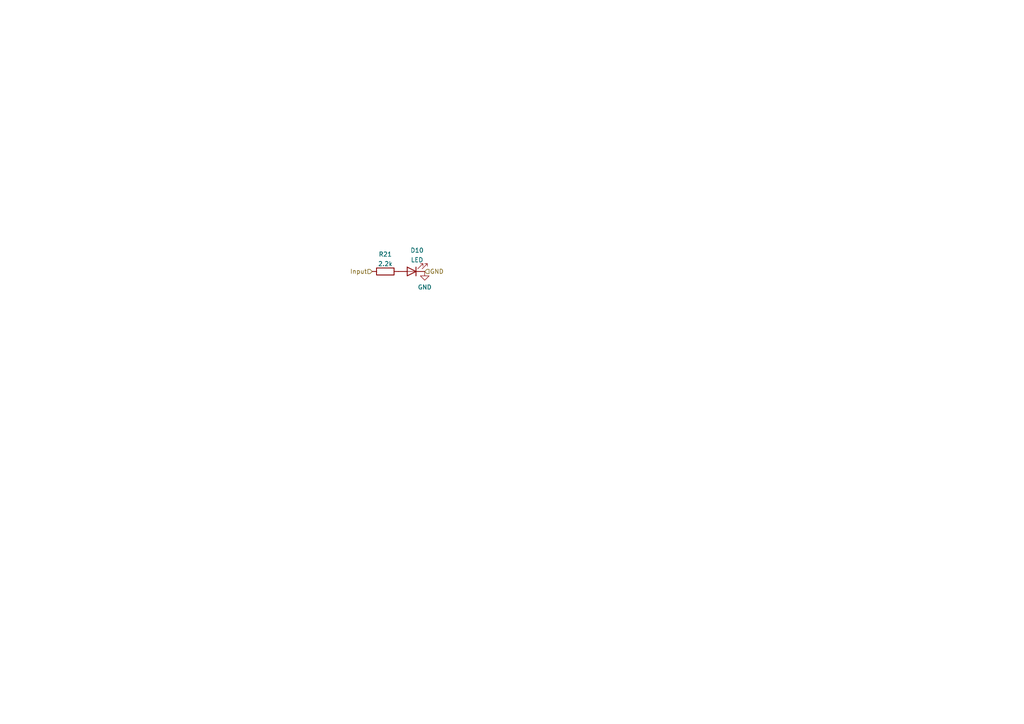
<source format=kicad_sch>
(kicad_sch (version 20211123) (generator eeschema)
  (paper "A4")
  (lib_symbols
    (symbol "Device:LED" (pin_numbers hide) (pin_names (offset 1.016) hide)
      (property "Reference" "D" (at 0 2.54 0))
      (property "Value" "LED" (at 0 -2.54 0))
      (symbol "LED_0_1"
        (polyline (pts (xy -1.27 -1.27) (xy -1.27 1.27)) (stroke (width 0.254)))
        (polyline (pts (xy -1.27 0) (xy 1.27 0)))
        (polyline (pts (xy 1.27 -1.27) (xy 1.27 1.27) (xy -1.27 0) (xy 1.27 -1.27)) (stroke (width 0.254)))
        (polyline (pts (xy -3.048 -0.762) (xy -4.572 -2.286) (xy -3.81 -2.286) (xy -4.572 -2.286) (xy -4.572 -1.524)))
        (polyline (pts (xy -1.778 -0.762) (xy -3.302 -2.286) (xy -2.54 -2.286) (xy -3.302 -2.286) (xy -3.302 -1.524)))
      )
      (symbol "LED_1_1"
        (pin passive line (at -3.81 0 0) (length 2.54) (name "K") (number "1"))
        (pin passive line (at 3.81 0 180) (length 2.54) (name "A") (number "2"))
      )
    )
    (symbol "Device:R" (pin_numbers hide) (pin_names (offset 0))
      (property "Reference" "R" (at 2.032 0 90))
      (property "Value" "R" (at 0 0 90))
      (symbol "R_0_1"
        (rectangle (start -1.016 -2.54) (end 1.016 2.54) (stroke (width 0.254)))
      )
      (symbol "R_1_1"
        (pin passive line (at 0 3.81 270) (length 1.27) (name "~") (number "1"))
        (pin passive line (at 0 -3.81 90) (length 1.27) (name "~") (number "2"))
      )
    )
    (symbol "power:GND" (power) (pin_names (offset 0))
      (property "Value" "GND" (at 0 -3.81 0))
      (symbol "GND_0_1"
        (polyline (pts (xy 0 0) (xy 0 -1.27) (xy 1.27 -1.27) (xy 0 -2.54) (xy -1.27 -1.27) (xy 0 -1.27)))
      )
      (symbol "GND_1_1"
        (pin power_in line (at 0 0 270) (length 0) hide (name "GND") (number "1"))
      )
    )
  )
  (hierarchical_label "GND" (shape input) (at 123.19 78.74 0))
  (hierarchical_label "Input" (shape input) (at 107.95 78.74 180))
  (symbol (lib_id "Device:LED") (at 119.38 78.74 180)
    (property "Reference" "D10" (at 120.9675 72.6145 0))
    (property "Value" "LED" (at 120.9675 75.3896 0))
    (property "Footprint" "LED_SMD:LED_0603_1608Metric" (effects hide))
  )
  (symbol (lib_id "power:GND") (at 123.19 78.74 0)
    (property "Reference" "#PWR050" (effects hide))
    (property "Value" "GND" (at 123.19 83.3025 0))
  )
  (symbol (lib_id "Device:R") (at 111.76 78.74 90)
    (property "Reference" "R21" (at 111.76 73.7575 90))
    (property "Value" "2.2k" (at 111.76 76.5326 90))
    (property "Footprint" "Resistor_SMD:R_0603_1608Metric" (effects hide))
  )
)
</source>
